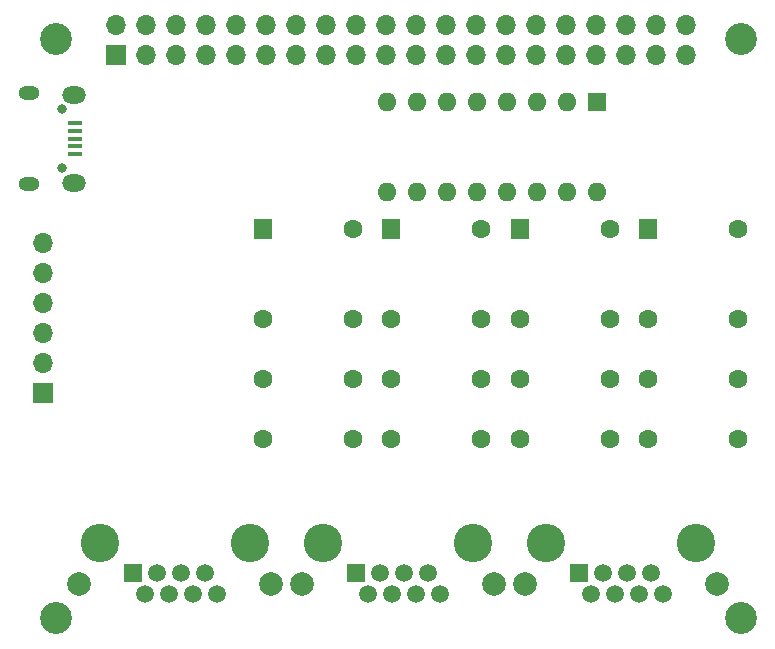
<source format=gts>
G04 #@! TF.GenerationSoftware,KiCad,Pcbnew,(5.1.4)-1*
G04 #@! TF.CreationDate,2020-08-22T19:18:41-05:00*
G04 #@! TF.ProjectId,NetworkBreaker,4e657477-6f72-46b4-9272-65616b65722e,rev?*
G04 #@! TF.SameCoordinates,Original*
G04 #@! TF.FileFunction,Soldermask,Top*
G04 #@! TF.FilePolarity,Negative*
%FSLAX46Y46*%
G04 Gerber Fmt 4.6, Leading zero omitted, Abs format (unit mm)*
G04 Created by KiCad (PCBNEW (5.1.4)-1) date 2020-08-22 19:18:41*
%MOMM*%
%LPD*%
G04 APERTURE LIST*
%ADD10O,1.600000X1.600000*%
%ADD11R,1.600000X1.600000*%
%ADD12O,1.700000X1.700000*%
%ADD13R,1.700000X1.700000*%
%ADD14O,0.800000X0.800000*%
%ADD15O,1.800000X1.150000*%
%ADD16O,2.000000X1.450000*%
%ADD17R,1.300000X0.450000*%
%ADD18C,2.000000*%
%ADD19C,3.250000*%
%ADD20C,1.500000*%
%ADD21R,1.500000X1.500000*%
%ADD22C,1.600000*%
%ADD23R,1.600000X1.800000*%
%ADD24C,2.700000*%
G04 APERTURE END LIST*
D10*
X249339500Y-110439500D03*
X231559500Y-102819500D03*
X246799500Y-110439500D03*
X234099500Y-102819500D03*
X244259500Y-110439500D03*
X236639500Y-102819500D03*
X241719500Y-110439500D03*
X239179500Y-102819500D03*
X239179500Y-110439500D03*
X241719500Y-102819500D03*
X236639500Y-110439500D03*
X244259500Y-102819500D03*
X234099500Y-110439500D03*
X246799500Y-102819500D03*
X231559500Y-110439500D03*
D11*
X249339500Y-102819500D03*
D12*
X202387600Y-114770200D03*
X202387600Y-117310200D03*
X202387600Y-119850200D03*
X202387600Y-122390200D03*
X202387600Y-124930200D03*
D13*
X202387600Y-127470200D03*
D12*
X256896000Y-96342500D03*
X256896000Y-98882500D03*
X254356000Y-96342500D03*
X254356000Y-98882500D03*
X251816000Y-96342500D03*
X251816000Y-98882500D03*
X249276000Y-96342500D03*
X249276000Y-98882500D03*
X246736000Y-96342500D03*
X246736000Y-98882500D03*
X244196000Y-96342500D03*
X244196000Y-98882500D03*
X241656000Y-96342500D03*
X241656000Y-98882500D03*
X239116000Y-96342500D03*
X239116000Y-98882500D03*
X236576000Y-96342500D03*
X236576000Y-98882500D03*
X234036000Y-96342500D03*
X234036000Y-98882500D03*
X231496000Y-96342500D03*
X231496000Y-98882500D03*
X228956000Y-96342500D03*
X228956000Y-98882500D03*
X226416000Y-96342500D03*
X226416000Y-98882500D03*
X223876000Y-96342500D03*
X223876000Y-98882500D03*
X221336000Y-96342500D03*
X221336000Y-98882500D03*
X218796000Y-96342500D03*
X218796000Y-98882500D03*
X216256000Y-96342500D03*
X216256000Y-98882500D03*
X213716000Y-96342500D03*
X213716000Y-98882500D03*
X211176000Y-96342500D03*
X211176000Y-98882500D03*
X208636000Y-96342500D03*
D13*
X208636000Y-98882500D03*
D14*
X204000500Y-108454500D03*
X204000500Y-103454500D03*
D15*
X201250500Y-109829500D03*
X201250500Y-102079500D03*
D16*
X205050500Y-109679500D03*
X205050500Y-102229500D03*
D17*
X205100500Y-107254500D03*
X205100500Y-106604500D03*
X205100500Y-105954500D03*
X205100500Y-105304500D03*
X205100500Y-104654500D03*
D18*
X243241500Y-143651000D03*
X259501500Y-143651000D03*
D19*
X257721500Y-140221000D03*
X245021500Y-140221000D03*
D20*
X254951500Y-144541000D03*
X252911500Y-144541000D03*
X250871500Y-144541000D03*
X248831500Y-144541000D03*
X253931500Y-142761000D03*
X251891500Y-142761000D03*
X249851500Y-142761000D03*
D21*
X247811500Y-142761000D03*
D18*
X224350250Y-143651000D03*
X240610250Y-143651000D03*
D19*
X238830250Y-140221000D03*
X226130250Y-140221000D03*
D20*
X236060250Y-144541000D03*
X234020250Y-144541000D03*
X231980250Y-144541000D03*
X229940250Y-144541000D03*
X235040250Y-142761000D03*
X233000250Y-142761000D03*
X230960250Y-142761000D03*
D21*
X228920250Y-142761000D03*
D18*
X205459000Y-143651000D03*
X221719000Y-143651000D03*
D19*
X219939000Y-140221000D03*
X207239000Y-140221000D03*
D20*
X217169000Y-144541000D03*
X215129000Y-144541000D03*
X213089000Y-144541000D03*
X211049000Y-144541000D03*
X216149000Y-142761000D03*
X214109000Y-142761000D03*
X212069000Y-142761000D03*
D21*
X210029000Y-142761000D03*
D22*
X253657500Y-126314500D03*
X253657500Y-131394500D03*
X253657500Y-121234500D03*
X261277500Y-113614500D03*
D23*
X253657500Y-113614500D03*
D22*
X261277500Y-131394500D03*
X261277500Y-126314500D03*
X261277500Y-121234500D03*
X242777832Y-126314500D03*
X242777832Y-131394500D03*
X242777832Y-121234500D03*
X250397832Y-113614500D03*
D23*
X242777832Y-113614500D03*
D22*
X250397832Y-131394500D03*
X250397832Y-126314500D03*
X250397832Y-121234500D03*
X231898166Y-126314500D03*
X231898166Y-131394500D03*
X231898166Y-121234500D03*
X239518166Y-113614500D03*
D23*
X231898166Y-113614500D03*
D22*
X239518166Y-131394500D03*
X239518166Y-126314500D03*
X239518166Y-121234500D03*
X221018500Y-126314500D03*
X221018500Y-131394500D03*
X221018500Y-121234500D03*
X228638500Y-113614500D03*
D23*
X221018500Y-113614500D03*
D22*
X228638500Y-131394500D03*
X228638500Y-126314500D03*
X228638500Y-121234500D03*
D24*
X261500000Y-146500000D03*
X203500000Y-146500000D03*
X261500000Y-97500000D03*
X203500000Y-97500000D03*
M02*

</source>
